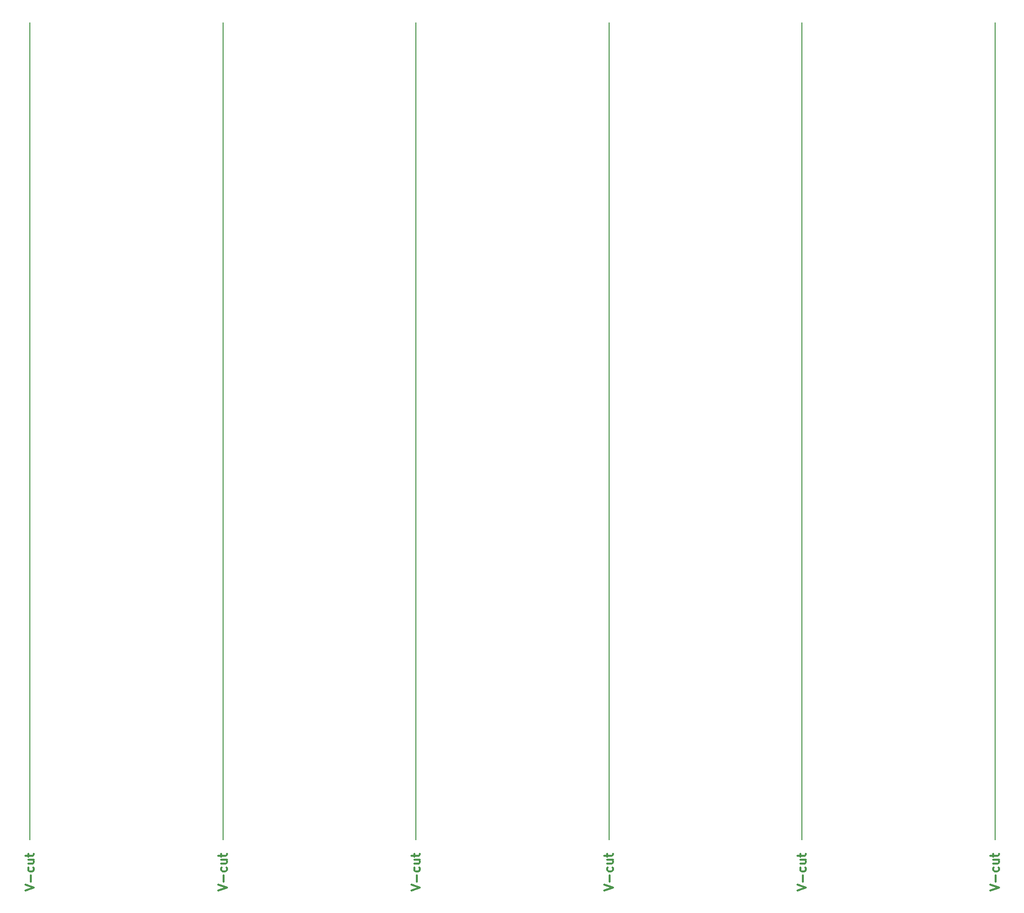
<source format=gbr>
G04 #@! TF.FileFunction,Other,ECO1*
%FSLAX46Y46*%
G04 Gerber Fmt 4.6, Leading zero omitted, Abs format (unit mm)*
G04 Created by KiCad (PCBNEW 4.0.7+dfsg1-1) date Thu Apr 26 21:15:47 2018*
%MOMM*%
%LPD*%
G01*
G04 APERTURE LIST*
%ADD10C,0.100000*%
%ADD11C,0.300000*%
%ADD12C,0.200000*%
G04 APERTURE END LIST*
D10*
D11*
X292442571Y-225098571D02*
X293942571Y-224598571D01*
X292442571Y-224098571D01*
X293371143Y-223598571D02*
X293371143Y-222455714D01*
X293871143Y-221098571D02*
X293942571Y-221241428D01*
X293942571Y-221527142D01*
X293871143Y-221670000D01*
X293799714Y-221741428D01*
X293656857Y-221812857D01*
X293228286Y-221812857D01*
X293085429Y-221741428D01*
X293014000Y-221670000D01*
X292942571Y-221527142D01*
X292942571Y-221241428D01*
X293014000Y-221098571D01*
X292942571Y-219812857D02*
X293942571Y-219812857D01*
X292942571Y-220455714D02*
X293728286Y-220455714D01*
X293871143Y-220384286D01*
X293942571Y-220241428D01*
X293942571Y-220027143D01*
X293871143Y-219884286D01*
X293799714Y-219812857D01*
X292942571Y-219312857D02*
X292942571Y-218741428D01*
X292442571Y-219098571D02*
X293728286Y-219098571D01*
X293871143Y-219027143D01*
X293942571Y-218884285D01*
X293942571Y-218741428D01*
X259041571Y-225098571D02*
X260541571Y-224598571D01*
X259041571Y-224098571D01*
X259970143Y-223598571D02*
X259970143Y-222455714D01*
X260470143Y-221098571D02*
X260541571Y-221241428D01*
X260541571Y-221527142D01*
X260470143Y-221670000D01*
X260398714Y-221741428D01*
X260255857Y-221812857D01*
X259827286Y-221812857D01*
X259684429Y-221741428D01*
X259613000Y-221670000D01*
X259541571Y-221527142D01*
X259541571Y-221241428D01*
X259613000Y-221098571D01*
X259541571Y-219812857D02*
X260541571Y-219812857D01*
X259541571Y-220455714D02*
X260327286Y-220455714D01*
X260470143Y-220384286D01*
X260541571Y-220241428D01*
X260541571Y-220027143D01*
X260470143Y-219884286D01*
X260398714Y-219812857D01*
X259541571Y-219312857D02*
X259541571Y-218741428D01*
X259041571Y-219098571D02*
X260327286Y-219098571D01*
X260470143Y-219027143D01*
X260541571Y-218884285D01*
X260541571Y-218741428D01*
X225640571Y-225098571D02*
X227140571Y-224598571D01*
X225640571Y-224098571D01*
X226569143Y-223598571D02*
X226569143Y-222455714D01*
X227069143Y-221098571D02*
X227140571Y-221241428D01*
X227140571Y-221527142D01*
X227069143Y-221670000D01*
X226997714Y-221741428D01*
X226854857Y-221812857D01*
X226426286Y-221812857D01*
X226283429Y-221741428D01*
X226212000Y-221670000D01*
X226140571Y-221527142D01*
X226140571Y-221241428D01*
X226212000Y-221098571D01*
X226140571Y-219812857D02*
X227140571Y-219812857D01*
X226140571Y-220455714D02*
X226926286Y-220455714D01*
X227069143Y-220384286D01*
X227140571Y-220241428D01*
X227140571Y-220027143D01*
X227069143Y-219884286D01*
X226997714Y-219812857D01*
X226140571Y-219312857D02*
X226140571Y-218741428D01*
X225640571Y-219098571D02*
X226926286Y-219098571D01*
X227069143Y-219027143D01*
X227140571Y-218884285D01*
X227140571Y-218741428D01*
X192239571Y-225098571D02*
X193739571Y-224598571D01*
X192239571Y-224098571D01*
X193168143Y-223598571D02*
X193168143Y-222455714D01*
X193668143Y-221098571D02*
X193739571Y-221241428D01*
X193739571Y-221527142D01*
X193668143Y-221670000D01*
X193596714Y-221741428D01*
X193453857Y-221812857D01*
X193025286Y-221812857D01*
X192882429Y-221741428D01*
X192811000Y-221670000D01*
X192739571Y-221527142D01*
X192739571Y-221241428D01*
X192811000Y-221098571D01*
X192739571Y-219812857D02*
X193739571Y-219812857D01*
X192739571Y-220455714D02*
X193525286Y-220455714D01*
X193668143Y-220384286D01*
X193739571Y-220241428D01*
X193739571Y-220027143D01*
X193668143Y-219884286D01*
X193596714Y-219812857D01*
X192739571Y-219312857D02*
X192739571Y-218741428D01*
X192239571Y-219098571D02*
X193525286Y-219098571D01*
X193668143Y-219027143D01*
X193739571Y-218884285D01*
X193739571Y-218741428D01*
X158838571Y-225098571D02*
X160338571Y-224598571D01*
X158838571Y-224098571D01*
X159767143Y-223598571D02*
X159767143Y-222455714D01*
X160267143Y-221098571D02*
X160338571Y-221241428D01*
X160338571Y-221527142D01*
X160267143Y-221670000D01*
X160195714Y-221741428D01*
X160052857Y-221812857D01*
X159624286Y-221812857D01*
X159481429Y-221741428D01*
X159410000Y-221670000D01*
X159338571Y-221527142D01*
X159338571Y-221241428D01*
X159410000Y-221098571D01*
X159338571Y-219812857D02*
X160338571Y-219812857D01*
X159338571Y-220455714D02*
X160124286Y-220455714D01*
X160267143Y-220384286D01*
X160338571Y-220241428D01*
X160338571Y-220027143D01*
X160267143Y-219884286D01*
X160195714Y-219812857D01*
X159338571Y-219312857D02*
X159338571Y-218741428D01*
X158838571Y-219098571D02*
X160124286Y-219098571D01*
X160267143Y-219027143D01*
X160338571Y-218884285D01*
X160338571Y-218741428D01*
X125437571Y-225098571D02*
X126937571Y-224598571D01*
X125437571Y-224098571D01*
X126366143Y-223598571D02*
X126366143Y-222455714D01*
X126866143Y-221098571D02*
X126937571Y-221241428D01*
X126937571Y-221527142D01*
X126866143Y-221670000D01*
X126794714Y-221741428D01*
X126651857Y-221812857D01*
X126223286Y-221812857D01*
X126080429Y-221741428D01*
X126009000Y-221670000D01*
X125937571Y-221527142D01*
X125937571Y-221241428D01*
X126009000Y-221098571D01*
X125937571Y-219812857D02*
X126937571Y-219812857D01*
X125937571Y-220455714D02*
X126723286Y-220455714D01*
X126866143Y-220384286D01*
X126937571Y-220241428D01*
X126937571Y-220027143D01*
X126866143Y-219884286D01*
X126794714Y-219812857D01*
X125937571Y-219312857D02*
X125937571Y-218741428D01*
X125437571Y-219098571D02*
X126723286Y-219098571D01*
X126866143Y-219027143D01*
X126937571Y-218884285D01*
X126937571Y-218741428D01*
D12*
X126239000Y-74800000D02*
X126239000Y-216300000D01*
X293244000Y-74800000D02*
X293244000Y-216300000D01*
X259843000Y-74800000D02*
X259843000Y-216300000D01*
X226442000Y-74800000D02*
X226442000Y-216300000D01*
X193041000Y-74800000D02*
X193041000Y-216300000D01*
X159640000Y-74800000D02*
X159640000Y-216300000D01*
M02*

</source>
